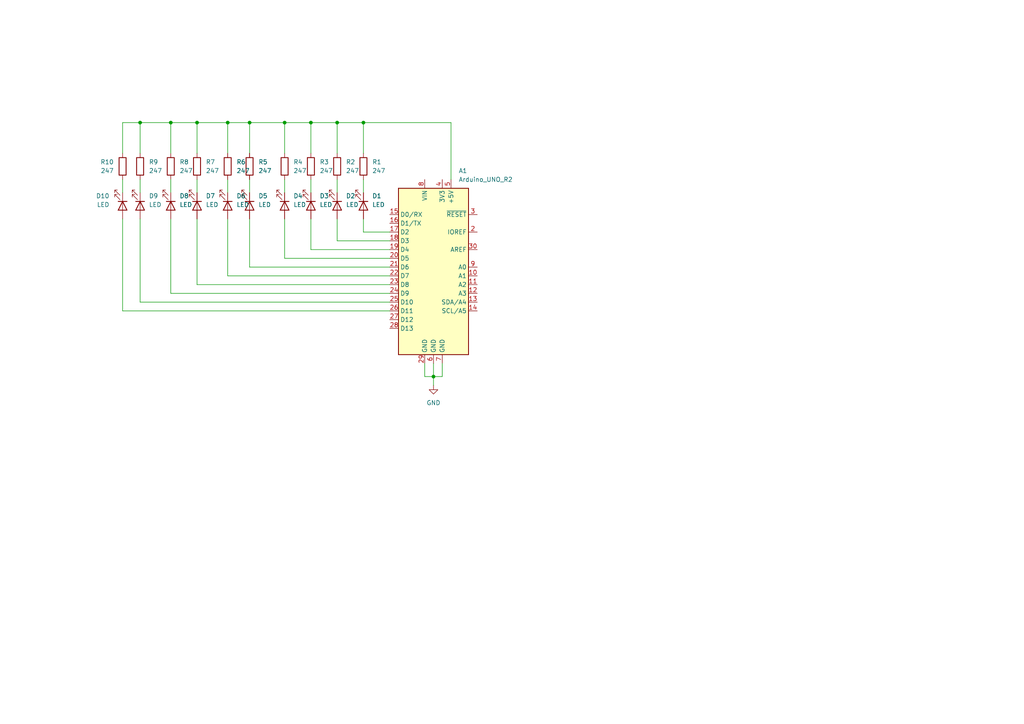
<source format=kicad_sch>
(kicad_sch (version 20230121) (generator eeschema)

  (uuid ff9882bf-0d5f-4189-aee4-b751b2b50950)

  (paper "A4")

  (title_block
    (title "Arduino Shield ")
    (date "2024-01-19")
  )

  (lib_symbols
    (symbol "Device:LED" (pin_numbers hide) (pin_names (offset 1.016) hide) (in_bom yes) (on_board yes)
      (property "Reference" "D" (at 0 2.54 0)
        (effects (font (size 1.27 1.27)))
      )
      (property "Value" "LED" (at 0 -2.54 0)
        (effects (font (size 1.27 1.27)))
      )
      (property "Footprint" "" (at 0 0 0)
        (effects (font (size 1.27 1.27)) hide)
      )
      (property "Datasheet" "~" (at 0 0 0)
        (effects (font (size 1.27 1.27)) hide)
      )
      (property "ki_keywords" "LED diode" (at 0 0 0)
        (effects (font (size 1.27 1.27)) hide)
      )
      (property "ki_description" "Light emitting diode" (at 0 0 0)
        (effects (font (size 1.27 1.27)) hide)
      )
      (property "ki_fp_filters" "LED* LED_SMD:* LED_THT:*" (at 0 0 0)
        (effects (font (size 1.27 1.27)) hide)
      )
      (symbol "LED_0_1"
        (polyline
          (pts
            (xy -1.27 -1.27)
            (xy -1.27 1.27)
          )
          (stroke (width 0.254) (type default))
          (fill (type none))
        )
        (polyline
          (pts
            (xy -1.27 0)
            (xy 1.27 0)
          )
          (stroke (width 0) (type default))
          (fill (type none))
        )
        (polyline
          (pts
            (xy 1.27 -1.27)
            (xy 1.27 1.27)
            (xy -1.27 0)
            (xy 1.27 -1.27)
          )
          (stroke (width 0.254) (type default))
          (fill (type none))
        )
        (polyline
          (pts
            (xy -3.048 -0.762)
            (xy -4.572 -2.286)
            (xy -3.81 -2.286)
            (xy -4.572 -2.286)
            (xy -4.572 -1.524)
          )
          (stroke (width 0) (type default))
          (fill (type none))
        )
        (polyline
          (pts
            (xy -1.778 -0.762)
            (xy -3.302 -2.286)
            (xy -2.54 -2.286)
            (xy -3.302 -2.286)
            (xy -3.302 -1.524)
          )
          (stroke (width 0) (type default))
          (fill (type none))
        )
      )
      (symbol "LED_1_1"
        (pin passive line (at -3.81 0 0) (length 2.54)
          (name "K" (effects (font (size 1.27 1.27))))
          (number "1" (effects (font (size 1.27 1.27))))
        )
        (pin passive line (at 3.81 0 180) (length 2.54)
          (name "A" (effects (font (size 1.27 1.27))))
          (number "2" (effects (font (size 1.27 1.27))))
        )
      )
    )
    (symbol "Device:R" (pin_numbers hide) (pin_names (offset 0)) (in_bom yes) (on_board yes)
      (property "Reference" "R" (at 2.032 0 90)
        (effects (font (size 1.27 1.27)))
      )
      (property "Value" "R" (at 0 0 90)
        (effects (font (size 1.27 1.27)))
      )
      (property "Footprint" "" (at -1.778 0 90)
        (effects (font (size 1.27 1.27)) hide)
      )
      (property "Datasheet" "~" (at 0 0 0)
        (effects (font (size 1.27 1.27)) hide)
      )
      (property "ki_keywords" "R res resistor" (at 0 0 0)
        (effects (font (size 1.27 1.27)) hide)
      )
      (property "ki_description" "Resistor" (at 0 0 0)
        (effects (font (size 1.27 1.27)) hide)
      )
      (property "ki_fp_filters" "R_*" (at 0 0 0)
        (effects (font (size 1.27 1.27)) hide)
      )
      (symbol "R_0_1"
        (rectangle (start -1.016 -2.54) (end 1.016 2.54)
          (stroke (width 0.254) (type default))
          (fill (type none))
        )
      )
      (symbol "R_1_1"
        (pin passive line (at 0 3.81 270) (length 1.27)
          (name "~" (effects (font (size 1.27 1.27))))
          (number "1" (effects (font (size 1.27 1.27))))
        )
        (pin passive line (at 0 -3.81 90) (length 1.27)
          (name "~" (effects (font (size 1.27 1.27))))
          (number "2" (effects (font (size 1.27 1.27))))
        )
      )
    )
    (symbol "MCU_Module:Arduino_UNO_R2" (in_bom yes) (on_board yes)
      (property "Reference" "A" (at -10.16 23.495 0)
        (effects (font (size 1.27 1.27)) (justify left bottom))
      )
      (property "Value" "Arduino_UNO_R2" (at 5.08 -26.67 0)
        (effects (font (size 1.27 1.27)) (justify left top))
      )
      (property "Footprint" "Module:Arduino_UNO_R2" (at 0 0 0)
        (effects (font (size 1.27 1.27) italic) hide)
      )
      (property "Datasheet" "https://www.arduino.cc/en/Main/arduinoBoardUno" (at 0 0 0)
        (effects (font (size 1.27 1.27)) hide)
      )
      (property "ki_keywords" "Arduino UNO R3 Microcontroller Module Atmel AVR USB" (at 0 0 0)
        (effects (font (size 1.27 1.27)) hide)
      )
      (property "ki_description" "Arduino UNO Microcontroller Module, release 2" (at 0 0 0)
        (effects (font (size 1.27 1.27)) hide)
      )
      (property "ki_fp_filters" "Arduino*UNO*R2*" (at 0 0 0)
        (effects (font (size 1.27 1.27)) hide)
      )
      (symbol "Arduino_UNO_R2_0_1"
        (rectangle (start -10.16 22.86) (end 10.16 -25.4)
          (stroke (width 0.254) (type default))
          (fill (type background))
        )
      )
      (symbol "Arduino_UNO_R2_1_1"
        (pin no_connect line (at -10.16 -20.32 0) (length 2.54) hide
          (name "NC" (effects (font (size 1.27 1.27))))
          (number "1" (effects (font (size 1.27 1.27))))
        )
        (pin bidirectional line (at 12.7 -2.54 180) (length 2.54)
          (name "A1" (effects (font (size 1.27 1.27))))
          (number "10" (effects (font (size 1.27 1.27))))
        )
        (pin bidirectional line (at 12.7 -5.08 180) (length 2.54)
          (name "A2" (effects (font (size 1.27 1.27))))
          (number "11" (effects (font (size 1.27 1.27))))
        )
        (pin bidirectional line (at 12.7 -7.62 180) (length 2.54)
          (name "A3" (effects (font (size 1.27 1.27))))
          (number "12" (effects (font (size 1.27 1.27))))
        )
        (pin bidirectional line (at 12.7 -10.16 180) (length 2.54)
          (name "SDA/A4" (effects (font (size 1.27 1.27))))
          (number "13" (effects (font (size 1.27 1.27))))
        )
        (pin bidirectional line (at 12.7 -12.7 180) (length 2.54)
          (name "SCL/A5" (effects (font (size 1.27 1.27))))
          (number "14" (effects (font (size 1.27 1.27))))
        )
        (pin bidirectional line (at -12.7 15.24 0) (length 2.54)
          (name "D0/RX" (effects (font (size 1.27 1.27))))
          (number "15" (effects (font (size 1.27 1.27))))
        )
        (pin bidirectional line (at -12.7 12.7 0) (length 2.54)
          (name "D1/TX" (effects (font (size 1.27 1.27))))
          (number "16" (effects (font (size 1.27 1.27))))
        )
        (pin bidirectional line (at -12.7 10.16 0) (length 2.54)
          (name "D2" (effects (font (size 1.27 1.27))))
          (number "17" (effects (font (size 1.27 1.27))))
        )
        (pin bidirectional line (at -12.7 7.62 0) (length 2.54)
          (name "D3" (effects (font (size 1.27 1.27))))
          (number "18" (effects (font (size 1.27 1.27))))
        )
        (pin bidirectional line (at -12.7 5.08 0) (length 2.54)
          (name "D4" (effects (font (size 1.27 1.27))))
          (number "19" (effects (font (size 1.27 1.27))))
        )
        (pin output line (at 12.7 10.16 180) (length 2.54)
          (name "IOREF" (effects (font (size 1.27 1.27))))
          (number "2" (effects (font (size 1.27 1.27))))
        )
        (pin bidirectional line (at -12.7 2.54 0) (length 2.54)
          (name "D5" (effects (font (size 1.27 1.27))))
          (number "20" (effects (font (size 1.27 1.27))))
        )
        (pin bidirectional line (at -12.7 0 0) (length 2.54)
          (name "D6" (effects (font (size 1.27 1.27))))
          (number "21" (effects (font (size 1.27 1.27))))
        )
        (pin bidirectional line (at -12.7 -2.54 0) (length 2.54)
          (name "D7" (effects (font (size 1.27 1.27))))
          (number "22" (effects (font (size 1.27 1.27))))
        )
        (pin bidirectional line (at -12.7 -5.08 0) (length 2.54)
          (name "D8" (effects (font (size 1.27 1.27))))
          (number "23" (effects (font (size 1.27 1.27))))
        )
        (pin bidirectional line (at -12.7 -7.62 0) (length 2.54)
          (name "D9" (effects (font (size 1.27 1.27))))
          (number "24" (effects (font (size 1.27 1.27))))
        )
        (pin bidirectional line (at -12.7 -10.16 0) (length 2.54)
          (name "D10" (effects (font (size 1.27 1.27))))
          (number "25" (effects (font (size 1.27 1.27))))
        )
        (pin bidirectional line (at -12.7 -12.7 0) (length 2.54)
          (name "D11" (effects (font (size 1.27 1.27))))
          (number "26" (effects (font (size 1.27 1.27))))
        )
        (pin bidirectional line (at -12.7 -15.24 0) (length 2.54)
          (name "D12" (effects (font (size 1.27 1.27))))
          (number "27" (effects (font (size 1.27 1.27))))
        )
        (pin bidirectional line (at -12.7 -17.78 0) (length 2.54)
          (name "D13" (effects (font (size 1.27 1.27))))
          (number "28" (effects (font (size 1.27 1.27))))
        )
        (pin power_in line (at -2.54 -27.94 90) (length 2.54)
          (name "GND" (effects (font (size 1.27 1.27))))
          (number "29" (effects (font (size 1.27 1.27))))
        )
        (pin input line (at 12.7 15.24 180) (length 2.54)
          (name "~{RESET}" (effects (font (size 1.27 1.27))))
          (number "3" (effects (font (size 1.27 1.27))))
        )
        (pin input line (at 12.7 5.08 180) (length 2.54)
          (name "AREF" (effects (font (size 1.27 1.27))))
          (number "30" (effects (font (size 1.27 1.27))))
        )
        (pin power_out line (at 2.54 25.4 270) (length 2.54)
          (name "3V3" (effects (font (size 1.27 1.27))))
          (number "4" (effects (font (size 1.27 1.27))))
        )
        (pin power_out line (at 5.08 25.4 270) (length 2.54)
          (name "+5V" (effects (font (size 1.27 1.27))))
          (number "5" (effects (font (size 1.27 1.27))))
        )
        (pin power_in line (at 0 -27.94 90) (length 2.54)
          (name "GND" (effects (font (size 1.27 1.27))))
          (number "6" (effects (font (size 1.27 1.27))))
        )
        (pin power_in line (at 2.54 -27.94 90) (length 2.54)
          (name "GND" (effects (font (size 1.27 1.27))))
          (number "7" (effects (font (size 1.27 1.27))))
        )
        (pin power_in line (at -2.54 25.4 270) (length 2.54)
          (name "VIN" (effects (font (size 1.27 1.27))))
          (number "8" (effects (font (size 1.27 1.27))))
        )
        (pin bidirectional line (at 12.7 0 180) (length 2.54)
          (name "A0" (effects (font (size 1.27 1.27))))
          (number "9" (effects (font (size 1.27 1.27))))
        )
      )
    )
    (symbol "power:GND" (power) (pin_names (offset 0)) (in_bom yes) (on_board yes)
      (property "Reference" "#PWR" (at 0 -6.35 0)
        (effects (font (size 1.27 1.27)) hide)
      )
      (property "Value" "GND" (at 0 -3.81 0)
        (effects (font (size 1.27 1.27)))
      )
      (property "Footprint" "" (at 0 0 0)
        (effects (font (size 1.27 1.27)) hide)
      )
      (property "Datasheet" "" (at 0 0 0)
        (effects (font (size 1.27 1.27)) hide)
      )
      (property "ki_keywords" "global power" (at 0 0 0)
        (effects (font (size 1.27 1.27)) hide)
      )
      (property "ki_description" "Power symbol creates a global label with name \"GND\" , ground" (at 0 0 0)
        (effects (font (size 1.27 1.27)) hide)
      )
      (symbol "GND_0_1"
        (polyline
          (pts
            (xy 0 0)
            (xy 0 -1.27)
            (xy 1.27 -1.27)
            (xy 0 -2.54)
            (xy -1.27 -1.27)
            (xy 0 -1.27)
          )
          (stroke (width 0) (type default))
          (fill (type none))
        )
      )
      (symbol "GND_1_1"
        (pin power_in line (at 0 0 270) (length 0) hide
          (name "GND" (effects (font (size 1.27 1.27))))
          (number "1" (effects (font (size 1.27 1.27))))
        )
      )
    )
  )

  (junction (at 105.41 35.56) (diameter 0) (color 0 0 0 0)
    (uuid 1dd89c86-c0a6-47d0-9a47-d636196f3b48)
  )
  (junction (at 82.55 35.56) (diameter 0) (color 0 0 0 0)
    (uuid 3bd67c3a-386b-4ac2-8356-6ddad5e947f0)
  )
  (junction (at 66.04 35.56) (diameter 0) (color 0 0 0 0)
    (uuid 3dd512f2-5753-40f9-a325-7f0dcdcbea5d)
  )
  (junction (at 57.15 35.56) (diameter 0) (color 0 0 0 0)
    (uuid 4e0bf6bd-73fd-4261-813f-0153a1d77d4d)
  )
  (junction (at 72.39 35.56) (diameter 0) (color 0 0 0 0)
    (uuid 5e20b7c7-30c7-48dc-89d6-fb013a29750c)
  )
  (junction (at 97.79 35.56) (diameter 0) (color 0 0 0 0)
    (uuid 67d390e1-1b72-45eb-9819-3d7824ee7b14)
  )
  (junction (at 40.64 35.56) (diameter 0) (color 0 0 0 0)
    (uuid 7d95cabe-6dcf-4efd-86e6-25d29f099dc5)
  )
  (junction (at 125.73 109.22) (diameter 0) (color 0 0 0 0)
    (uuid 832af3cc-3bfc-4c77-a68a-20326c09ca6f)
  )
  (junction (at 90.17 35.56) (diameter 0) (color 0 0 0 0)
    (uuid aaa5b283-cd04-4c54-b791-c8651f1ddf5e)
  )
  (junction (at 49.53 35.56) (diameter 0) (color 0 0 0 0)
    (uuid c3c13f69-0f3f-485d-9930-e4984475706a)
  )

  (wire (pts (xy 130.81 35.56) (xy 130.81 52.07))
    (stroke (width 0) (type default))
    (uuid 03de2b23-b816-4653-98dd-4aa76036c71d)
  )
  (wire (pts (xy 40.64 35.56) (xy 40.64 44.45))
    (stroke (width 0) (type default))
    (uuid 08953cc7-ff4f-4c98-8d2c-ec0ccf90624e)
  )
  (wire (pts (xy 113.03 72.39) (xy 90.17 72.39))
    (stroke (width 0) (type default))
    (uuid 095d38d7-b739-4650-9c34-8529a65647f7)
  )
  (wire (pts (xy 113.03 80.01) (xy 66.04 80.01))
    (stroke (width 0) (type default))
    (uuid 13feb439-f0f5-46df-9f38-6af2ee372c39)
  )
  (wire (pts (xy 90.17 35.56) (xy 90.17 44.45))
    (stroke (width 0) (type default))
    (uuid 1a979a8d-7fb1-4b07-be54-a1bc9bc37365)
  )
  (wire (pts (xy 57.15 35.56) (xy 57.15 44.45))
    (stroke (width 0) (type default))
    (uuid 2499f523-b6f9-4f8d-9f74-2aa09c34dd88)
  )
  (wire (pts (xy 90.17 35.56) (xy 82.55 35.56))
    (stroke (width 0) (type default))
    (uuid 2c695b62-e8a5-4992-b36f-e656f40e1703)
  )
  (wire (pts (xy 72.39 77.47) (xy 72.39 63.5))
    (stroke (width 0) (type default))
    (uuid 2f77e130-b79e-4039-ad4c-4b25d4ebe74e)
  )
  (wire (pts (xy 66.04 52.07) (xy 66.04 55.88))
    (stroke (width 0) (type default))
    (uuid 3258068d-3b8f-4905-b10e-77317f052f5b)
  )
  (wire (pts (xy 49.53 52.07) (xy 49.53 55.88))
    (stroke (width 0) (type default))
    (uuid 365bb825-5ffc-48ae-b163-13dfd159226e)
  )
  (wire (pts (xy 82.55 35.56) (xy 82.55 44.45))
    (stroke (width 0) (type default))
    (uuid 3a42561a-4ac6-4aef-bb9c-c1c429afbaf8)
  )
  (wire (pts (xy 105.41 35.56) (xy 97.79 35.56))
    (stroke (width 0) (type default))
    (uuid 43e223a5-4f79-42c8-97fc-574df2d99b6e)
  )
  (wire (pts (xy 49.53 35.56) (xy 49.53 44.45))
    (stroke (width 0) (type default))
    (uuid 44845148-db1c-45eb-a674-e33340be41cf)
  )
  (wire (pts (xy 113.03 77.47) (xy 72.39 77.47))
    (stroke (width 0) (type default))
    (uuid 458cfe51-d03e-4f2b-b0f0-ac6099cdc7eb)
  )
  (wire (pts (xy 97.79 52.07) (xy 97.79 55.88))
    (stroke (width 0) (type default))
    (uuid 49b01c48-e53e-4dec-8a53-0600047e84b9)
  )
  (wire (pts (xy 57.15 52.07) (xy 57.15 55.88))
    (stroke (width 0) (type default))
    (uuid 4bdcb4cb-828d-467a-b0ab-85b8656c0c98)
  )
  (wire (pts (xy 105.41 35.56) (xy 105.41 44.45))
    (stroke (width 0) (type default))
    (uuid 5c9498a8-22e8-4f1c-9e8c-26978b82386e)
  )
  (wire (pts (xy 66.04 35.56) (xy 66.04 44.45))
    (stroke (width 0) (type default))
    (uuid 5cb2bcdb-76a7-4985-8c08-0565fc6600c8)
  )
  (wire (pts (xy 90.17 72.39) (xy 90.17 63.5))
    (stroke (width 0) (type default))
    (uuid 5f9fef2e-f706-46cf-ace9-2252299e5ecc)
  )
  (wire (pts (xy 113.03 87.63) (xy 40.64 87.63))
    (stroke (width 0) (type default))
    (uuid 73bd8ee9-0197-49e8-9b95-c6787ddc3ce7)
  )
  (wire (pts (xy 123.19 105.41) (xy 123.19 109.22))
    (stroke (width 0) (type default))
    (uuid 741bef31-219a-41dd-aaa0-90b4834a0d81)
  )
  (wire (pts (xy 105.41 63.5) (xy 105.41 67.31))
    (stroke (width 0) (type default))
    (uuid 781a2199-4828-4c1a-b0ae-42f52d584cfa)
  )
  (wire (pts (xy 49.53 85.09) (xy 49.53 63.5))
    (stroke (width 0) (type default))
    (uuid 7883c449-333d-4a76-8183-8c21c2f717e3)
  )
  (wire (pts (xy 35.56 52.07) (xy 35.56 55.88))
    (stroke (width 0) (type default))
    (uuid 7ec946d9-e1ec-4d15-bbaa-6a7c3d32ee94)
  )
  (wire (pts (xy 113.03 85.09) (xy 49.53 85.09))
    (stroke (width 0) (type default))
    (uuid 815fa9d7-42cf-4b87-90fc-6dad681fead4)
  )
  (wire (pts (xy 82.55 35.56) (xy 72.39 35.56))
    (stroke (width 0) (type default))
    (uuid 827cac29-a664-47e3-9e6f-01f1b3ac7f7b)
  )
  (wire (pts (xy 113.03 74.93) (xy 82.55 74.93))
    (stroke (width 0) (type default))
    (uuid 88f4b91e-2c5a-41c3-8723-1c6dca088862)
  )
  (wire (pts (xy 125.73 109.22) (xy 125.73 111.76))
    (stroke (width 0) (type default))
    (uuid 9abe4761-2ada-4268-8043-462d72db38d4)
  )
  (wire (pts (xy 130.81 35.56) (xy 105.41 35.56))
    (stroke (width 0) (type default))
    (uuid 9b1b2594-e50d-4aa1-8136-ed668fca36bc)
  )
  (wire (pts (xy 113.03 69.85) (xy 97.79 69.85))
    (stroke (width 0) (type default))
    (uuid 9fd69f1c-0296-423f-bdce-f6bd7bd8a02c)
  )
  (wire (pts (xy 82.55 52.07) (xy 82.55 55.88))
    (stroke (width 0) (type default))
    (uuid a0340b1c-5027-4f5f-a83e-b6bbcf5723a6)
  )
  (wire (pts (xy 123.19 109.22) (xy 125.73 109.22))
    (stroke (width 0) (type default))
    (uuid a5ce34ce-9c9d-4305-be26-a552161c6f86)
  )
  (wire (pts (xy 113.03 82.55) (xy 57.15 82.55))
    (stroke (width 0) (type default))
    (uuid a69c7952-cc72-4faa-a2cb-05895957afbe)
  )
  (wire (pts (xy 49.53 35.56) (xy 40.64 35.56))
    (stroke (width 0) (type default))
    (uuid a7a17db1-d0c4-4324-b429-3921f25397e6)
  )
  (wire (pts (xy 128.27 105.41) (xy 128.27 109.22))
    (stroke (width 0) (type default))
    (uuid a9e62193-a928-49bc-a8da-c0e84500b041)
  )
  (wire (pts (xy 35.56 35.56) (xy 35.56 44.45))
    (stroke (width 0) (type default))
    (uuid af0b3722-7b54-4875-97c2-bd543f3a7936)
  )
  (wire (pts (xy 128.27 109.22) (xy 125.73 109.22))
    (stroke (width 0) (type default))
    (uuid b38c031c-14d6-4a7f-9291-a3fea0fc5c8d)
  )
  (wire (pts (xy 35.56 90.17) (xy 35.56 63.5))
    (stroke (width 0) (type default))
    (uuid ba5b8b2b-2036-4578-8c1b-7e2564c492a0)
  )
  (wire (pts (xy 82.55 74.93) (xy 82.55 63.5))
    (stroke (width 0) (type default))
    (uuid bcaab9d2-c985-4674-bf4f-70c1faf8b283)
  )
  (wire (pts (xy 57.15 82.55) (xy 57.15 63.5))
    (stroke (width 0) (type default))
    (uuid bcfab064-cb29-4b36-923e-9c8bc2b8af0e)
  )
  (wire (pts (xy 72.39 52.07) (xy 72.39 55.88))
    (stroke (width 0) (type default))
    (uuid beb1c4e0-a380-4a65-9201-e5c2cfea5683)
  )
  (wire (pts (xy 90.17 52.07) (xy 90.17 55.88))
    (stroke (width 0) (type default))
    (uuid c057de23-fe75-41bd-95fc-e0c6be98ea7c)
  )
  (wire (pts (xy 40.64 52.07) (xy 40.64 55.88))
    (stroke (width 0) (type default))
    (uuid cbf7eafe-c392-47f3-98a5-648fce479681)
  )
  (wire (pts (xy 57.15 35.56) (xy 49.53 35.56))
    (stroke (width 0) (type default))
    (uuid cd4acb63-3683-4495-900d-58be817bf638)
  )
  (wire (pts (xy 105.41 52.07) (xy 105.41 55.88))
    (stroke (width 0) (type default))
    (uuid d13a98bd-b8d8-4f79-8b7e-b07875d27ae7)
  )
  (wire (pts (xy 72.39 35.56) (xy 66.04 35.56))
    (stroke (width 0) (type default))
    (uuid d5ab6377-402e-415e-8291-ce41ed82a9d3)
  )
  (wire (pts (xy 72.39 35.56) (xy 72.39 44.45))
    (stroke (width 0) (type default))
    (uuid dff61d84-a5fa-48c6-a91e-87c9ff55456b)
  )
  (wire (pts (xy 66.04 35.56) (xy 57.15 35.56))
    (stroke (width 0) (type default))
    (uuid e1a74a30-370e-46e4-8846-3d90fe3d2d7a)
  )
  (wire (pts (xy 113.03 67.31) (xy 105.41 67.31))
    (stroke (width 0) (type default))
    (uuid e76c9ce3-103e-4718-9ae7-0bb1ae01f042)
  )
  (wire (pts (xy 97.79 35.56) (xy 97.79 44.45))
    (stroke (width 0) (type default))
    (uuid ea4ff5b8-a61b-46a6-975b-6f47aa13a024)
  )
  (wire (pts (xy 40.64 87.63) (xy 40.64 63.5))
    (stroke (width 0) (type default))
    (uuid efc35d50-8811-4397-9557-d70b9ebad056)
  )
  (wire (pts (xy 113.03 90.17) (xy 35.56 90.17))
    (stroke (width 0) (type default))
    (uuid f679ca50-671c-4abc-97f6-e98b0804e5b8)
  )
  (wire (pts (xy 97.79 35.56) (xy 90.17 35.56))
    (stroke (width 0) (type default))
    (uuid f7c04fde-7538-4a30-8264-c92a86eff2ec)
  )
  (wire (pts (xy 125.73 105.41) (xy 125.73 109.22))
    (stroke (width 0) (type default))
    (uuid f8676660-bf5b-4571-a53a-15394ae37f79)
  )
  (wire (pts (xy 97.79 69.85) (xy 97.79 63.5))
    (stroke (width 0) (type default))
    (uuid f9889f9c-ea15-4cb1-9bd3-c47a29dcb4c6)
  )
  (wire (pts (xy 66.04 80.01) (xy 66.04 63.5))
    (stroke (width 0) (type default))
    (uuid fa28d5aa-4b32-4b3d-9301-34094848de7e)
  )
  (wire (pts (xy 40.64 35.56) (xy 35.56 35.56))
    (stroke (width 0) (type default))
    (uuid fdb0bd6b-3ec2-4379-ab9d-598f9a085031)
  )

  (symbol (lib_id "Device:LED") (at 57.15 59.69 270) (unit 1)
    (in_bom yes) (on_board yes) (dnp no) (fields_autoplaced)
    (uuid 1031dd84-ba11-43f1-a3ae-40e792668484)
    (property "Reference" "D7" (at 59.69 56.8325 90)
      (effects (font (size 1.27 1.27)) (justify left))
    )
    (property "Value" "LED" (at 59.69 59.3725 90)
      (effects (font (size 1.27 1.27)) (justify left))
    )
    (property "Footprint" "LED_SMD:LED_0805_2012Metric" (at 57.15 59.69 0)
      (effects (font (size 1.27 1.27)) hide)
    )
    (property "Datasheet" "~" (at 57.15 59.69 0)
      (effects (font (size 1.27 1.27)) hide)
    )
    (pin "2" (uuid 9889adf5-6883-46cd-8e05-69655a10e109))
    (pin "1" (uuid 5f6901ee-2053-4256-90d5-dd8c18944382))
    (instances
      (project "Arduino shield"
        (path "/ff9882bf-0d5f-4189-aee4-b751b2b50950"
          (reference "D7") (unit 1)
        )
      )
    )
  )

  (symbol (lib_id "Device:LED") (at 72.39 59.69 270) (unit 1)
    (in_bom yes) (on_board yes) (dnp no) (fields_autoplaced)
    (uuid 11dcb376-5181-453f-88c7-80bfa2b78ca7)
    (property "Reference" "D5" (at 74.93 56.8325 90)
      (effects (font (size 1.27 1.27)) (justify left))
    )
    (property "Value" "LED" (at 74.93 59.3725 90)
      (effects (font (size 1.27 1.27)) (justify left))
    )
    (property "Footprint" "LED_SMD:LED_0805_2012Metric" (at 72.39 59.69 0)
      (effects (font (size 1.27 1.27)) hide)
    )
    (property "Datasheet" "~" (at 72.39 59.69 0)
      (effects (font (size 1.27 1.27)) hide)
    )
    (pin "2" (uuid 27660792-1abf-4cb3-bf35-bc605f2f5696))
    (pin "1" (uuid 8c1cdb4c-f152-4472-b441-95f405ed516b))
    (instances
      (project "Arduino shield"
        (path "/ff9882bf-0d5f-4189-aee4-b751b2b50950"
          (reference "D5") (unit 1)
        )
      )
    )
  )

  (symbol (lib_id "Device:LED") (at 40.64 59.69 270) (unit 1)
    (in_bom yes) (on_board yes) (dnp no) (fields_autoplaced)
    (uuid 26d1e4b1-4023-469a-a576-4ebc6ae471f4)
    (property "Reference" "D9" (at 43.18 56.8325 90)
      (effects (font (size 1.27 1.27)) (justify left))
    )
    (property "Value" "LED" (at 43.18 59.3725 90)
      (effects (font (size 1.27 1.27)) (justify left))
    )
    (property "Footprint" "LED_SMD:LED_0805_2012Metric" (at 40.64 59.69 0)
      (effects (font (size 1.27 1.27)) hide)
    )
    (property "Datasheet" "~" (at 40.64 59.69 0)
      (effects (font (size 1.27 1.27)) hide)
    )
    (pin "2" (uuid fabbc218-7b36-4c7d-ae9d-2ab74fb61f5d))
    (pin "1" (uuid 1848471d-77bd-47ad-9c61-53be1c2673fb))
    (instances
      (project "Arduino shield"
        (path "/ff9882bf-0d5f-4189-aee4-b751b2b50950"
          (reference "D9") (unit 1)
        )
      )
    )
  )

  (symbol (lib_id "Device:R") (at 35.56 48.26 0) (unit 1)
    (in_bom yes) (on_board yes) (dnp no) (fields_autoplaced)
    (uuid 29ff5527-e9dc-4eea-b2a1-8729a947e123)
    (property "Reference" "R10" (at 33.02 46.99 0)
      (effects (font (size 1.27 1.27)) (justify right))
    )
    (property "Value" "247" (at 33.02 49.53 0)
      (effects (font (size 1.27 1.27)) (justify right))
    )
    (property "Footprint" "Resistor_SMD:R_0805_2012Metric" (at 33.782 48.26 90)
      (effects (font (size 1.27 1.27)) hide)
    )
    (property "Datasheet" "~" (at 35.56 48.26 0)
      (effects (font (size 1.27 1.27)) hide)
    )
    (pin "2" (uuid 1521550d-21e4-40d5-818f-dba5d7a64b81))
    (pin "1" (uuid 6318ad9b-fab2-4010-b135-ebb37a125184))
    (instances
      (project "Arduino shield"
        (path "/ff9882bf-0d5f-4189-aee4-b751b2b50950"
          (reference "R10") (unit 1)
        )
      )
    )
  )

  (symbol (lib_id "Device:R") (at 97.79 48.26 0) (unit 1)
    (in_bom yes) (on_board yes) (dnp no) (fields_autoplaced)
    (uuid 3b5b2a55-5ec8-4913-83e5-7290edb3544d)
    (property "Reference" "R2" (at 100.33 46.99 0)
      (effects (font (size 1.27 1.27)) (justify left))
    )
    (property "Value" "247" (at 100.33 49.53 0)
      (effects (font (size 1.27 1.27)) (justify left))
    )
    (property "Footprint" "Resistor_SMD:R_0805_2012Metric" (at 96.012 48.26 90)
      (effects (font (size 1.27 1.27)) hide)
    )
    (property "Datasheet" "~" (at 97.79 48.26 0)
      (effects (font (size 1.27 1.27)) hide)
    )
    (pin "2" (uuid dba63d9f-d93a-4ab5-a2ac-6c3cf1b8fb03))
    (pin "1" (uuid 56575fc1-6496-4ca7-9742-e078c1e522ac))
    (instances
      (project "Arduino shield"
        (path "/ff9882bf-0d5f-4189-aee4-b751b2b50950"
          (reference "R2") (unit 1)
        )
      )
    )
  )

  (symbol (lib_id "Device:LED") (at 97.79 59.69 270) (unit 1)
    (in_bom yes) (on_board yes) (dnp no) (fields_autoplaced)
    (uuid 4596afe5-33c9-4338-a757-fda6c4e655d3)
    (property "Reference" "D2" (at 100.33 56.8325 90)
      (effects (font (size 1.27 1.27)) (justify left))
    )
    (property "Value" "LED" (at 100.33 59.3725 90)
      (effects (font (size 1.27 1.27)) (justify left))
    )
    (property "Footprint" "LED_SMD:LED_0805_2012Metric" (at 97.79 59.69 0)
      (effects (font (size 1.27 1.27)) hide)
    )
    (property "Datasheet" "~" (at 97.79 59.69 0)
      (effects (font (size 1.27 1.27)) hide)
    )
    (pin "2" (uuid ae11f2ac-c113-41d6-9d4f-13d608a1dd0f))
    (pin "1" (uuid ab501200-6b5a-4af0-a82a-7a747eda4738))
    (instances
      (project "Arduino shield"
        (path "/ff9882bf-0d5f-4189-aee4-b751b2b50950"
          (reference "D2") (unit 1)
        )
      )
    )
  )

  (symbol (lib_id "power:GND") (at 125.73 111.76 0) (unit 1)
    (in_bom yes) (on_board yes) (dnp no) (fields_autoplaced)
    (uuid 51ceb0f3-fc70-4f9b-b47a-4d01e6d21643)
    (property "Reference" "#PWR01" (at 125.73 118.11 0)
      (effects (font (size 1.27 1.27)) hide)
    )
    (property "Value" "GND" (at 125.73 116.84 0)
      (effects (font (size 1.27 1.27)))
    )
    (property "Footprint" "" (at 125.73 111.76 0)
      (effects (font (size 1.27 1.27)) hide)
    )
    (property "Datasheet" "" (at 125.73 111.76 0)
      (effects (font (size 1.27 1.27)) hide)
    )
    (pin "1" (uuid 018697c9-46df-4012-8dea-2e58adc9b601))
    (instances
      (project "Arduino shield"
        (path "/ff9882bf-0d5f-4189-aee4-b751b2b50950"
          (reference "#PWR01") (unit 1)
        )
      )
    )
  )

  (symbol (lib_id "Device:R") (at 105.41 48.26 0) (unit 1)
    (in_bom yes) (on_board yes) (dnp no) (fields_autoplaced)
    (uuid 5427cc31-489c-44e6-929c-7579ad7af803)
    (property "Reference" "R1" (at 107.95 46.99 0)
      (effects (font (size 1.27 1.27)) (justify left))
    )
    (property "Value" "247" (at 107.95 49.53 0)
      (effects (font (size 1.27 1.27)) (justify left))
    )
    (property "Footprint" "Resistor_SMD:R_0805_2012Metric" (at 103.632 48.26 90)
      (effects (font (size 1.27 1.27)) hide)
    )
    (property "Datasheet" "~" (at 105.41 48.26 0)
      (effects (font (size 1.27 1.27)) hide)
    )
    (pin "2" (uuid 9c1ef351-4cde-4bcc-b5aa-6cd346223f53))
    (pin "1" (uuid 931c9281-83a3-44e6-9831-00040eb6d15c))
    (instances
      (project "Arduino shield"
        (path "/ff9882bf-0d5f-4189-aee4-b751b2b50950"
          (reference "R1") (unit 1)
        )
      )
    )
  )

  (symbol (lib_id "Device:LED") (at 49.53 59.69 270) (unit 1)
    (in_bom yes) (on_board yes) (dnp no) (fields_autoplaced)
    (uuid 57b9d5bc-6b2c-4350-88b7-f6197befa285)
    (property "Reference" "D8" (at 52.07 56.8325 90)
      (effects (font (size 1.27 1.27)) (justify left))
    )
    (property "Value" "LED" (at 52.07 59.3725 90)
      (effects (font (size 1.27 1.27)) (justify left))
    )
    (property "Footprint" "LED_SMD:LED_0805_2012Metric" (at 49.53 59.69 0)
      (effects (font (size 1.27 1.27)) hide)
    )
    (property "Datasheet" "~" (at 49.53 59.69 0)
      (effects (font (size 1.27 1.27)) hide)
    )
    (pin "2" (uuid e11be973-cc44-4bf9-b4d6-300a71015704))
    (pin "1" (uuid 90e6942d-5396-4258-8a4b-271fa3090960))
    (instances
      (project "Arduino shield"
        (path "/ff9882bf-0d5f-4189-aee4-b751b2b50950"
          (reference "D8") (unit 1)
        )
      )
    )
  )

  (symbol (lib_id "Device:LED") (at 105.41 59.69 270) (unit 1)
    (in_bom yes) (on_board yes) (dnp no) (fields_autoplaced)
    (uuid 6809c995-b084-4398-9289-4532d05fa832)
    (property "Reference" "D1" (at 107.95 56.8325 90)
      (effects (font (size 1.27 1.27)) (justify left))
    )
    (property "Value" "LED" (at 107.95 59.3725 90)
      (effects (font (size 1.27 1.27)) (justify left))
    )
    (property "Footprint" "LED_SMD:LED_0805_2012Metric" (at 105.41 59.69 0)
      (effects (font (size 1.27 1.27)) hide)
    )
    (property "Datasheet" "~" (at 105.41 59.69 0)
      (effects (font (size 1.27 1.27)) hide)
    )
    (pin "2" (uuid ce46f3e1-e5cc-45ef-9d91-dfdae9f8fd93))
    (pin "1" (uuid 325454e5-e1fd-4962-b0fd-047ad09414fe))
    (instances
      (project "Arduino shield"
        (path "/ff9882bf-0d5f-4189-aee4-b751b2b50950"
          (reference "D1") (unit 1)
        )
      )
    )
  )

  (symbol (lib_id "Device:R") (at 66.04 48.26 0) (unit 1)
    (in_bom yes) (on_board yes) (dnp no) (fields_autoplaced)
    (uuid 72ef9759-3747-4671-bbdf-c1fd2f1402dd)
    (property "Reference" "R6" (at 68.58 46.99 0)
      (effects (font (size 1.27 1.27)) (justify left))
    )
    (property "Value" "247" (at 68.58 49.53 0)
      (effects (font (size 1.27 1.27)) (justify left))
    )
    (property "Footprint" "Resistor_SMD:R_0805_2012Metric" (at 64.262 48.26 90)
      (effects (font (size 1.27 1.27)) hide)
    )
    (property "Datasheet" "~" (at 66.04 48.26 0)
      (effects (font (size 1.27 1.27)) hide)
    )
    (pin "2" (uuid 522fb773-7e32-49d9-b266-f0fc423ab3a6))
    (pin "1" (uuid 4ee530f4-132e-4c5d-b170-a33bfd34045e))
    (instances
      (project "Arduino shield"
        (path "/ff9882bf-0d5f-4189-aee4-b751b2b50950"
          (reference "R6") (unit 1)
        )
      )
    )
  )

  (symbol (lib_id "MCU_Module:Arduino_UNO_R2") (at 125.73 77.47 0) (unit 1)
    (in_bom yes) (on_board yes) (dnp no) (fields_autoplaced)
    (uuid 97e0bf8a-8ce4-4f67-b696-9025eac0dcd1)
    (property "Reference" "A1" (at 133.0041 49.53 0)
      (effects (font (size 1.27 1.27)) (justify left))
    )
    (property "Value" "Arduino_UNO_R2" (at 133.0041 52.07 0)
      (effects (font (size 1.27 1.27)) (justify left))
    )
    (property "Footprint" "Module:Arduino_UNO_R2" (at 125.73 77.47 0)
      (effects (font (size 1.27 1.27) italic) hide)
    )
    (property "Datasheet" "https://www.arduino.cc/en/Main/arduinoBoardUno" (at 125.73 77.47 0)
      (effects (font (size 1.27 1.27)) hide)
    )
    (pin "15" (uuid 62f19eef-0ade-4d5a-b719-5c9e57994119))
    (pin "23" (uuid 88852c23-8467-48fc-8b98-005a426b9c48))
    (pin "22" (uuid 7f2eefa6-c8b4-4a22-94ba-080bc8a90fbd))
    (pin "27" (uuid cba6b4f0-30a5-4a89-9fbf-e0ca7bfad836))
    (pin "20" (uuid f9d1829e-8373-405e-9bfc-7856fcd2fa37))
    (pin "29" (uuid 609ced27-89bf-4ed0-8efa-a20329542ed3))
    (pin "4" (uuid db04071f-9853-493f-8004-dab10e079c2a))
    (pin "7" (uuid 9debb64b-dac4-494b-9c0a-396522b371a0))
    (pin "24" (uuid df1e99b2-a3b0-4115-a5b8-a31ad232384e))
    (pin "14" (uuid f68405af-3b6a-4e4a-99de-3f75bf58060a))
    (pin "21" (uuid 40265b03-999b-4a55-b9fa-d114d42ad617))
    (pin "10" (uuid 90883b65-cc91-4566-b71d-566d888ac1f0))
    (pin "19" (uuid 92db0ba9-a367-4795-ab9b-3ce0583c39c3))
    (pin "17" (uuid 3b3bdaab-df7c-4e37-8a3b-1db122c5a5f3))
    (pin "11" (uuid 9e9880a1-714c-4b31-9be7-b87000c7404e))
    (pin "13" (uuid c7bd6642-427d-40fe-a647-4049bcf40805))
    (pin "2" (uuid f339e66e-8305-4c85-9e55-f0e6104ed387))
    (pin "12" (uuid f41cb490-bd49-4ddb-825b-bcb394d318b9))
    (pin "25" (uuid 4cebc1d7-b15b-4524-ac2e-651c90d6dfde))
    (pin "26" (uuid 4514cad4-7f82-4833-87de-be689484a952))
    (pin "28" (uuid b913f3c3-891f-43f7-8f7f-9ec648d3badd))
    (pin "3" (uuid dd173ea4-e18a-4626-a8b6-06c72110e0ba))
    (pin "6" (uuid 3fd633af-f60c-4f26-83e2-7348bfc97cae))
    (pin "1" (uuid 3893ca08-f68a-4a2b-b2f1-76cbc7c765cb))
    (pin "30" (uuid 14a61791-b8a7-47e9-8fc8-640e20ed102c))
    (pin "8" (uuid 5bf393a0-2f49-4a16-a387-f0a50686e178))
    (pin "9" (uuid d81ae94a-7bfb-4e80-9522-2dce2ed8cdb2))
    (pin "18" (uuid 94815852-b247-4cba-b632-c12edf408550))
    (pin "5" (uuid 857da20d-ac07-4e24-abdc-0de7d607448a))
    (pin "16" (uuid 459e458b-460d-4304-b18b-0cd70cdf76ca))
    (instances
      (project "Arduino shield"
        (path "/ff9882bf-0d5f-4189-aee4-b751b2b50950"
          (reference "A1") (unit 1)
        )
      )
    )
  )

  (symbol (lib_id "Device:R") (at 82.55 48.26 0) (unit 1)
    (in_bom yes) (on_board yes) (dnp no) (fields_autoplaced)
    (uuid 98639bc5-7d0d-4fc9-99a0-fb67763e5e60)
    (property "Reference" "R4" (at 85.09 46.99 0)
      (effects (font (size 1.27 1.27)) (justify left))
    )
    (property "Value" "247" (at 85.09 49.53 0)
      (effects (font (size 1.27 1.27)) (justify left))
    )
    (property "Footprint" "Resistor_SMD:R_0805_2012Metric" (at 80.772 48.26 90)
      (effects (font (size 1.27 1.27)) hide)
    )
    (property "Datasheet" "~" (at 82.55 48.26 0)
      (effects (font (size 1.27 1.27)) hide)
    )
    (pin "2" (uuid 5f963114-28dd-4ff4-bced-5845ad354494))
    (pin "1" (uuid e3d6753d-6f00-4e8e-841f-1990e97682a6))
    (instances
      (project "Arduino shield"
        (path "/ff9882bf-0d5f-4189-aee4-b751b2b50950"
          (reference "R4") (unit 1)
        )
      )
    )
  )

  (symbol (lib_id "Device:LED") (at 82.55 59.69 270) (unit 1)
    (in_bom yes) (on_board yes) (dnp no) (fields_autoplaced)
    (uuid b047c3de-f946-4a27-afc3-fe2be0d789fe)
    (property "Reference" "D4" (at 85.09 56.8325 90)
      (effects (font (size 1.27 1.27)) (justify left))
    )
    (property "Value" "LED" (at 85.09 59.3725 90)
      (effects (font (size 1.27 1.27)) (justify left))
    )
    (property "Footprint" "LED_SMD:LED_0805_2012Metric" (at 82.55 59.69 0)
      (effects (font (size 1.27 1.27)) hide)
    )
    (property "Datasheet" "~" (at 82.55 59.69 0)
      (effects (font (size 1.27 1.27)) hide)
    )
    (pin "2" (uuid a36c1c8a-b799-4967-a1be-e0d529fb2bc7))
    (pin "1" (uuid bc6c1064-7f1b-4f59-8680-6b839d03dae3))
    (instances
      (project "Arduino shield"
        (path "/ff9882bf-0d5f-4189-aee4-b751b2b50950"
          (reference "D4") (unit 1)
        )
      )
    )
  )

  (symbol (lib_id "Device:LED") (at 66.04 59.69 270) (unit 1)
    (in_bom yes) (on_board yes) (dnp no) (fields_autoplaced)
    (uuid b053b1d1-013f-4ab8-8022-5e8e2a5e067c)
    (property "Reference" "D6" (at 68.58 56.8325 90)
      (effects (font (size 1.27 1.27)) (justify left))
    )
    (property "Value" "LED" (at 68.58 59.3725 90)
      (effects (font (size 1.27 1.27)) (justify left))
    )
    (property "Footprint" "LED_SMD:LED_0805_2012Metric" (at 66.04 59.69 0)
      (effects (font (size 1.27 1.27)) hide)
    )
    (property "Datasheet" "~" (at 66.04 59.69 0)
      (effects (font (size 1.27 1.27)) hide)
    )
    (pin "2" (uuid 85d4c9e7-8083-43b3-a77e-5f404d819080))
    (pin "1" (uuid 2c2501f2-709c-4b64-a3c4-710f967698fa))
    (instances
      (project "Arduino shield"
        (path "/ff9882bf-0d5f-4189-aee4-b751b2b50950"
          (reference "D6") (unit 1)
        )
      )
    )
  )

  (symbol (lib_id "Device:R") (at 90.17 48.26 0) (unit 1)
    (in_bom yes) (on_board yes) (dnp no) (fields_autoplaced)
    (uuid b0db876a-d074-45cd-a990-64a7461f1ae9)
    (property "Reference" "R3" (at 92.71 46.99 0)
      (effects (font (size 1.27 1.27)) (justify left))
    )
    (property "Value" "247" (at 92.71 49.53 0)
      (effects (font (size 1.27 1.27)) (justify left))
    )
    (property "Footprint" "Resistor_SMD:R_0805_2012Metric" (at 88.392 48.26 90)
      (effects (font (size 1.27 1.27)) hide)
    )
    (property "Datasheet" "~" (at 90.17 48.26 0)
      (effects (font (size 1.27 1.27)) hide)
    )
    (pin "2" (uuid 0a01c936-938a-43b6-bd86-db141ddfb580))
    (pin "1" (uuid 2bbe7a54-447f-485a-8ac5-7347520aee69))
    (instances
      (project "Arduino shield"
        (path "/ff9882bf-0d5f-4189-aee4-b751b2b50950"
          (reference "R3") (unit 1)
        )
      )
    )
  )

  (symbol (lib_id "Device:R") (at 57.15 48.26 0) (unit 1)
    (in_bom yes) (on_board yes) (dnp no) (fields_autoplaced)
    (uuid d28f211d-983e-4eda-836e-cd5dda0c095b)
    (property "Reference" "R7" (at 59.69 46.99 0)
      (effects (font (size 1.27 1.27)) (justify left))
    )
    (property "Value" "247" (at 59.69 49.53 0)
      (effects (font (size 1.27 1.27)) (justify left))
    )
    (property "Footprint" "Resistor_SMD:R_0805_2012Metric" (at 55.372 48.26 90)
      (effects (font (size 1.27 1.27)) hide)
    )
    (property "Datasheet" "~" (at 57.15 48.26 0)
      (effects (font (size 1.27 1.27)) hide)
    )
    (pin "2" (uuid 39cd861a-9061-448b-ac96-fbf298ebac22))
    (pin "1" (uuid ace89f05-cfaf-4a15-9985-49f6e73d7841))
    (instances
      (project "Arduino shield"
        (path "/ff9882bf-0d5f-4189-aee4-b751b2b50950"
          (reference "R7") (unit 1)
        )
      )
    )
  )

  (symbol (lib_id "Device:R") (at 49.53 48.26 0) (unit 1)
    (in_bom yes) (on_board yes) (dnp no) (fields_autoplaced)
    (uuid d2dcae2f-f0d5-4a63-8a75-880db8e7b7cf)
    (property "Reference" "R8" (at 52.07 46.99 0)
      (effects (font (size 1.27 1.27)) (justify left))
    )
    (property "Value" "247" (at 52.07 49.53 0)
      (effects (font (size 1.27 1.27)) (justify left))
    )
    (property "Footprint" "Resistor_SMD:R_0805_2012Metric" (at 47.752 48.26 90)
      (effects (font (size 1.27 1.27)) hide)
    )
    (property "Datasheet" "~" (at 49.53 48.26 0)
      (effects (font (size 1.27 1.27)) hide)
    )
    (pin "2" (uuid e2fcb0a0-7f35-4504-9de2-4fff735da097))
    (pin "1" (uuid 913335ef-c2bb-4b3e-abb7-babf12570655))
    (instances
      (project "Arduino shield"
        (path "/ff9882bf-0d5f-4189-aee4-b751b2b50950"
          (reference "R8") (unit 1)
        )
      )
    )
  )

  (symbol (lib_id "Device:R") (at 40.64 48.26 0) (unit 1)
    (in_bom yes) (on_board yes) (dnp no) (fields_autoplaced)
    (uuid e4773d53-3842-4ecf-9a76-6b47189340fa)
    (property "Reference" "R9" (at 43.18 46.99 0)
      (effects (font (size 1.27 1.27)) (justify left))
    )
    (property "Value" "247" (at 43.18 49.53 0)
      (effects (font (size 1.27 1.27)) (justify left))
    )
    (property "Footprint" "Resistor_SMD:R_0805_2012Metric" (at 38.862 48.26 90)
      (effects (font (size 1.27 1.27)) hide)
    )
    (property "Datasheet" "~" (at 40.64 48.26 0)
      (effects (font (size 1.27 1.27)) hide)
    )
    (pin "2" (uuid cad7153d-1fe6-4b23-954f-b77e6b994ce5))
    (pin "1" (uuid f12690c6-8cd4-45a4-92d0-8241bc3bf286))
    (instances
      (project "Arduino shield"
        (path "/ff9882bf-0d5f-4189-aee4-b751b2b50950"
          (reference "R9") (unit 1)
        )
      )
    )
  )

  (symbol (lib_id "Device:R") (at 72.39 48.26 0) (unit 1)
    (in_bom yes) (on_board yes) (dnp no) (fields_autoplaced)
    (uuid eb359638-c13f-4bba-a8a4-7425ecb8d63d)
    (property "Reference" "R5" (at 74.93 46.99 0)
      (effects (font (size 1.27 1.27)) (justify left))
    )
    (property "Value" "247" (at 74.93 49.53 0)
      (effects (font (size 1.27 1.27)) (justify left))
    )
    (property "Footprint" "Resistor_SMD:R_0805_2012Metric" (at 70.612 48.26 90)
      (effects (font (size 1.27 1.27)) hide)
    )
    (property "Datasheet" "~" (at 72.39 48.26 0)
      (effects (font (size 1.27 1.27)) hide)
    )
    (pin "2" (uuid 93c3930b-e459-4e93-8d6d-4ba3235dff84))
    (pin "1" (uuid 88bcafab-cd6e-44dc-ad98-101e603415f4))
    (instances
      (project "Arduino shield"
        (path "/ff9882bf-0d5f-4189-aee4-b751b2b50950"
          (reference "R5") (unit 1)
        )
      )
    )
  )

  (symbol (lib_id "Device:LED") (at 35.56 59.69 270) (unit 1)
    (in_bom yes) (on_board yes) (dnp no) (fields_autoplaced)
    (uuid fbd819bf-ddb5-4382-b44f-f3423cdeae09)
    (property "Reference" "D10" (at 31.75 56.8325 90)
      (effects (font (size 1.27 1.27)) (justify right))
    )
    (property "Value" "LED" (at 31.75 59.3725 90)
      (effects (font (size 1.27 1.27)) (justify right))
    )
    (property "Footprint" "LED_SMD:LED_0805_2012Metric" (at 35.56 59.69 0)
      (effects (font (size 1.27 1.27)) hide)
    )
    (property "Datasheet" "~" (at 35.56 59.69 0)
      (effects (font (size 1.27 1.27)) hide)
    )
    (pin "2" (uuid d35aeb9a-92d2-41a1-9c11-eb9eaa5df42e))
    (pin "1" (uuid 88073233-7d77-41a4-8026-7e58ba416b93))
    (instances
      (project "Arduino shield"
        (path "/ff9882bf-0d5f-4189-aee4-b751b2b50950"
          (reference "D10") (unit 1)
        )
      )
    )
  )

  (symbol (lib_id "Device:LED") (at 90.17 59.69 270) (unit 1)
    (in_bom yes) (on_board yes) (dnp no) (fields_autoplaced)
    (uuid fdbf0465-1d33-4cff-a5da-d882ade86dc0)
    (property "Reference" "D3" (at 92.71 56.8325 90)
      (effects (font (size 1.27 1.27)) (justify left))
    )
    (property "Value" "LED" (at 92.71 59.3725 90)
      (effects (font (size 1.27 1.27)) (justify left))
    )
    (property "Footprint" "LED_SMD:LED_0805_2012Metric" (at 90.17 59.69 0)
      (effects (font (size 1.27 1.27)) hide)
    )
    (property "Datasheet" "~" (at 90.17 59.69 0)
      (effects (font (size 1.27 1.27)) hide)
    )
    (pin "2" (uuid 4c552274-ae63-4fb3-b28f-ae0e129b2ddf))
    (pin "1" (uuid 2b6216e5-d8e1-483c-817d-b78f1c9b19d8))
    (instances
      (project "Arduino shield"
        (path "/ff9882bf-0d5f-4189-aee4-b751b2b50950"
          (reference "D3") (unit 1)
        )
      )
    )
  )

  (sheet_instances
    (path "/" (page "1"))
  )
)

</source>
